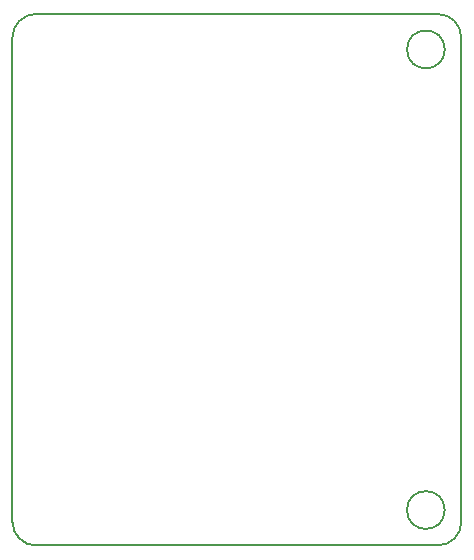
<source format=gm1>
%TF.GenerationSoftware,KiCad,Pcbnew,(6.0.7-1)-1*%
%TF.CreationDate,2023-02-20T21:04:05+08:00*%
%TF.ProjectId,driver,64726976-6572-42e6-9b69-6361645f7063,1.1*%
%TF.SameCoordinates,Original*%
%TF.FileFunction,Profile,NP*%
%FSLAX46Y46*%
G04 Gerber Fmt 4.6, Leading zero omitted, Abs format (unit mm)*
G04 Created by KiCad (PCBNEW (6.0.7-1)-1) date 2023-02-20 21:04:05*
%MOMM*%
%LPD*%
G01*
G04 APERTURE LIST*
%TA.AperFunction,Profile*%
%ADD10C,0.200000*%
%TD*%
G04 APERTURE END LIST*
D10*
X128850000Y-89000000D02*
G75*
G03*
X128850000Y-89000000I-1600000J0D01*
G01*
X92250000Y-129000000D02*
G75*
G03*
X94250000Y-131000000I2000000J0D01*
G01*
X128850000Y-128000000D02*
G75*
G03*
X128850000Y-128000000I-1600000J0D01*
G01*
X130250000Y-88000000D02*
G75*
G03*
X128250000Y-86000000I-2000000J0D01*
G01*
X130250000Y-129000000D02*
X130250000Y-88000000D01*
X128250000Y-86000000D02*
X94250000Y-86000000D01*
X92250000Y-88000000D02*
X92250000Y-129000000D01*
X128250000Y-131000000D02*
G75*
G03*
X130250000Y-129000000I0J2000000D01*
G01*
X94250000Y-86000000D02*
G75*
G03*
X92250000Y-88000000I0J-2000000D01*
G01*
X94250000Y-131000000D02*
X128250000Y-131000000D01*
M02*

</source>
